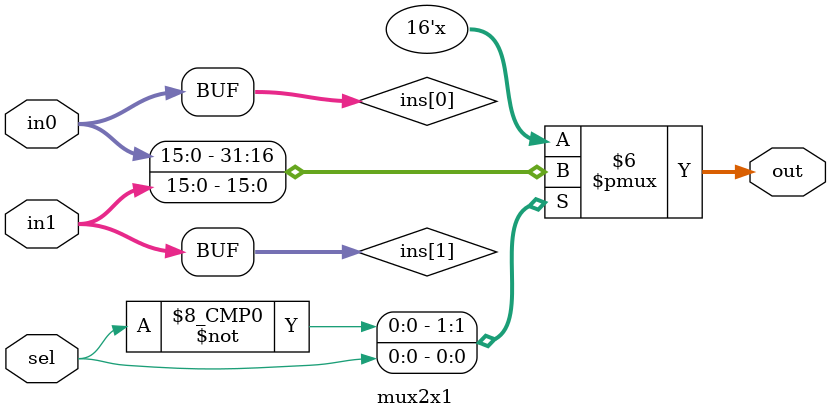
<source format=v>
module mux2x1 #
(
  parameter WIDTH = 16
)
(
  input [1-1:0] sel,
  input [WIDTH-1:0] in0,
  input [WIDTH-1:0] in1,
  output [WIDTH-1:0] out
);

  wire [WIDTH-1:0] ins [0:2-1];
  assign ins[0] = in0;
  assign ins[1] = in1;
  assign out = ins[sel];

endmodule
</source>
